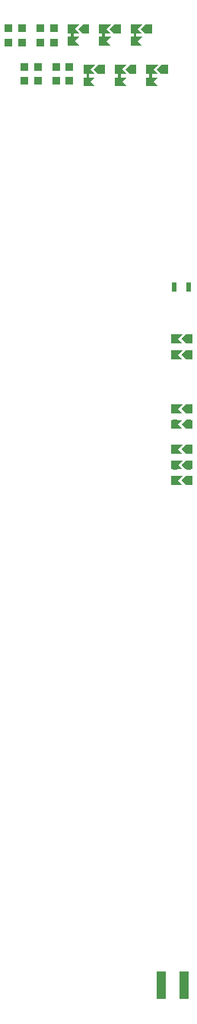
<source format=gbp>
G04*
G04 #@! TF.GenerationSoftware,Altium Limited,Altium Designer,25.8.1 (18)*
G04*
G04 Layer_Color=128*
%FSLAX25Y25*%
%MOIN*%
G70*
G04*
G04 #@! TF.SameCoordinates,F384F0F7-549D-428C-8488-93E715E2066E*
G04*
G04*
G04 #@! TF.FilePolarity,Positive*
G04*
G01*
G75*
%ADD21R,0.02362X0.03937*%
%ADD47R,0.03543X0.03347*%
%ADD171R,0.04016X0.12480*%
%ADD173R,0.02461X0.03937*%
G36*
X143504Y469488D02*
X140654D01*
X138686Y471457D01*
Y471457D01*
X140654Y473425D01*
X140654Y473425D01*
X142126D01*
X143504Y473425D01*
Y469488D01*
D02*
G37*
G36*
X129724D02*
X126875D01*
X124906Y471457D01*
Y471457D01*
X126875Y473425D01*
X126875Y473425D01*
X128346D01*
X129724Y473425D01*
Y469488D01*
D02*
G37*
G36*
X115945D02*
X113095D01*
X111127Y471457D01*
Y471457D01*
X113095Y473425D01*
X113095Y473425D01*
X114567D01*
X115945Y473425D01*
Y469488D01*
D02*
G37*
G36*
X137298Y471457D02*
Y471457D01*
X139267Y469488D01*
X136687D01*
Y467913D01*
X139267D01*
X137298Y465945D01*
Y465945D01*
X139267Y463976D01*
X134055D01*
Y467913D01*
X135438D01*
Y469488D01*
X134055D01*
Y473425D01*
X139267D01*
X137298Y471457D01*
D02*
G37*
G36*
X123519D02*
Y471457D01*
X125487Y469488D01*
X122907D01*
Y467913D01*
X125487D01*
X123519Y465945D01*
Y465945D01*
X125487Y463976D01*
X120276D01*
Y467913D01*
X121659D01*
Y469488D01*
X120276D01*
Y473425D01*
X125487D01*
X123519Y471457D01*
D02*
G37*
G36*
X109739D02*
Y471457D01*
X111708Y469488D01*
X109128D01*
Y467913D01*
X111708D01*
X109739Y465945D01*
Y465945D01*
X111708Y463976D01*
X106496D01*
Y467913D01*
X107879D01*
Y469488D01*
X106496D01*
Y473425D01*
X111708D01*
X109739Y471457D01*
D02*
G37*
G36*
X150394Y451772D02*
X147544D01*
X145576Y453740D01*
Y453740D01*
X147544Y455709D01*
X147544Y455709D01*
X149016D01*
X150394Y455709D01*
Y451772D01*
D02*
G37*
G36*
X136614D02*
X133765D01*
X131796Y453740D01*
Y453740D01*
X133765Y455709D01*
X133765Y455709D01*
X135236D01*
X136614Y455709D01*
Y451772D01*
D02*
G37*
G36*
X122835D02*
X119985D01*
X118017Y453740D01*
Y453740D01*
X119985Y455709D01*
X119985Y455709D01*
X121457D01*
X122835Y455709D01*
Y451772D01*
D02*
G37*
G36*
X144188Y453740D02*
Y453740D01*
X146157Y451772D01*
X143577D01*
Y450197D01*
X146157D01*
X144188Y448228D01*
Y448228D01*
X146157Y446260D01*
X140945D01*
Y450197D01*
X142328D01*
Y451772D01*
X140945D01*
Y455709D01*
X146157D01*
X144188Y453740D01*
D02*
G37*
G36*
X130409D02*
Y453740D01*
X132377Y451772D01*
X129797D01*
Y450197D01*
X132377D01*
X130409Y448228D01*
Y448228D01*
X132377Y446260D01*
X127165D01*
Y450197D01*
X128549D01*
Y451772D01*
X127165D01*
Y455709D01*
X132377D01*
X130409Y453740D01*
D02*
G37*
G36*
X116629D02*
Y453740D01*
X118598Y451772D01*
X116017D01*
Y450197D01*
X118598D01*
X116629Y448228D01*
Y448228D01*
X118598Y446260D01*
X113386D01*
Y450197D01*
X114769D01*
Y451772D01*
X113386D01*
Y455709D01*
X118598D01*
X116629Y453740D01*
D02*
G37*
G36*
X161221Y333661D02*
X158371D01*
X156402Y335630D01*
Y335630D01*
X158371Y337598D01*
X158371Y337598D01*
X159843D01*
X161221Y337598D01*
Y333661D01*
D02*
G37*
G36*
X155015Y335630D02*
Y335630D01*
X156983Y333661D01*
X151772D01*
Y337598D01*
X156983D01*
X155015Y335630D01*
D02*
G37*
G36*
X161221Y326772D02*
X158371D01*
X156402Y328740D01*
Y328740D01*
X158371Y330709D01*
X158371Y330709D01*
X159843D01*
X161221Y330709D01*
Y326772D01*
D02*
G37*
G36*
X155015Y328740D02*
Y328740D01*
X156983Y326772D01*
X151772D01*
Y330709D01*
X156983D01*
X155015Y328740D01*
D02*
G37*
G36*
X161221Y303150D02*
X158371D01*
X156402Y305118D01*
Y305118D01*
X158371Y307087D01*
X158371Y307087D01*
X159843D01*
X161221Y307087D01*
Y303150D01*
D02*
G37*
G36*
X155015Y305118D02*
Y305118D01*
X156983Y303150D01*
X151772D01*
Y307087D01*
X156983D01*
X155015Y305118D01*
D02*
G37*
G36*
X161221Y296260D02*
X158371D01*
X156402Y298228D01*
Y298228D01*
X158371Y300197D01*
X158371Y300197D01*
X159843D01*
X161221Y300197D01*
Y296260D01*
D02*
G37*
G36*
X155015Y298228D02*
Y298228D01*
X156983Y296260D01*
X151772D01*
Y300197D01*
X156983D01*
X155015Y298228D01*
D02*
G37*
G36*
X161221Y285433D02*
X158371D01*
X156402Y287402D01*
Y287402D01*
X158371Y289370D01*
X158371Y289370D01*
X159843D01*
X161221Y289370D01*
Y285433D01*
D02*
G37*
G36*
X155015Y287402D02*
Y287402D01*
X156983Y285433D01*
X151772D01*
Y289370D01*
X156983D01*
X155015Y287402D01*
D02*
G37*
G36*
X161221Y278543D02*
X158371D01*
X156402Y280512D01*
Y280512D01*
X158371Y282480D01*
X158371Y282480D01*
X159843D01*
X161221Y282480D01*
Y278543D01*
D02*
G37*
G36*
X155015Y280512D02*
Y280512D01*
X156983Y278543D01*
X151772D01*
Y282480D01*
X156983D01*
X155015Y280512D01*
D02*
G37*
G36*
X161221Y271654D02*
X158371D01*
X156402Y273622D01*
Y273622D01*
X158371Y275590D01*
X158371Y275590D01*
X159843D01*
X161221Y275590D01*
Y271654D01*
D02*
G37*
G36*
X155015Y273622D02*
Y273622D01*
X156983Y271654D01*
X151772D01*
Y275590D01*
X156983D01*
X155015Y273622D01*
D02*
G37*
D21*
X148819Y453740D02*
D03*
X159645Y305118D02*
D03*
Y298228D02*
D03*
X159645Y335630D02*
D03*
Y328740D02*
D03*
Y287402D02*
D03*
Y280512D02*
D03*
Y273622D02*
D03*
X114370Y471457D02*
D03*
X121260Y453740D02*
D03*
X128149Y471457D02*
D03*
X135039Y453740D02*
D03*
X141929Y471457D02*
D03*
X153348Y358268D02*
D03*
D47*
X93504Y454823D02*
D03*
Y448721D02*
D03*
X87598Y454823D02*
D03*
Y448721D02*
D03*
X100394Y471555D02*
D03*
Y465453D02*
D03*
X94488Y471555D02*
D03*
X80709D02*
D03*
X86614D02*
D03*
X101378Y454823D02*
D03*
X107283D02*
D03*
Y448721D02*
D03*
X86614Y465453D02*
D03*
X94488D02*
D03*
X80709D02*
D03*
X101378Y448721D02*
D03*
D171*
X157559Y52618D02*
D03*
X147559D02*
D03*
D173*
X153494Y305118D02*
D03*
Y298228D02*
D03*
X153494Y335630D02*
D03*
Y328740D02*
D03*
Y287402D02*
D03*
Y280512D02*
D03*
Y273622D02*
D03*
X159497Y358267D02*
D03*
M02*

</source>
